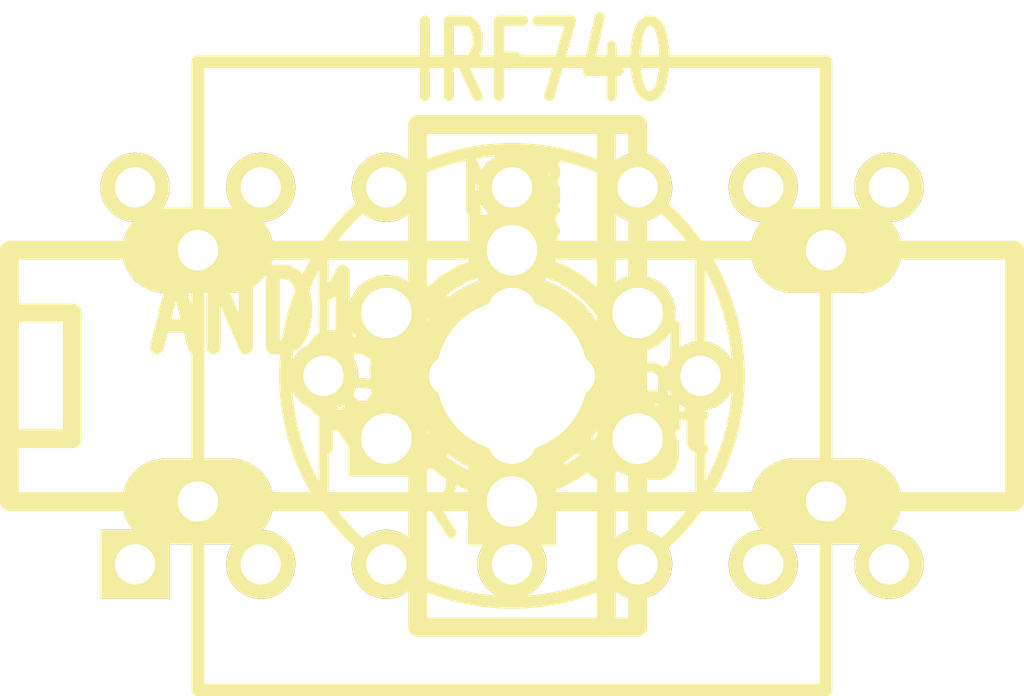
<source format=kicad_pcb>
(kicad_pcb (version 3) (host pcbnew "(2013-07-07 BZR 4022)-stable")

  (general
    (links 16)
    (no_connects 11)
    (area 0 0 0 0)
    (thickness 1.6)
    (drawings 0)
    (tracks 0)
    (zones 0)
    (modules 16)
    (nets 34)
  )

  (page A3)
  (layers
    (15 F.Cu signal)
    (0 B.Cu signal)
    (16 B.Adhes user)
    (17 F.Adhes user)
    (18 B.Paste user)
    (19 F.Paste user)
    (20 B.SilkS user)
    (21 F.SilkS user)
    (22 B.Mask user)
    (23 F.Mask user)
    (24 Dwgs.User user)
    (25 Cmts.User user)
    (26 Eco1.User user)
    (27 Eco2.User user)
    (28 Edge.Cuts user)
  )

  (setup
    (last_trace_width 1.5)
    (trace_clearance 0.5)
    (zone_clearance 0.508)
    (zone_45_only no)
    (trace_min 0.254)
    (segment_width 0.2)
    (edge_width 0.1)
    (via_size 1.75)
    (via_drill 1)
    (via_min_size 0.889)
    (via_min_drill 0.508)
    (uvia_size 1.75)
    (uvia_drill 1)
    (uvias_allowed no)
    (uvia_min_size 0.508)
    (uvia_min_drill 0.127)
    (pcb_text_width 0.3)
    (pcb_text_size 1.5 1.5)
    (mod_edge_width 0.15)
    (mod_text_size 1 1)
    (mod_text_width 0.15)
    (pad_size 1.5 1.5)
    (pad_drill 0.6)
    (pad_to_mask_clearance 0)
    (aux_axis_origin 0 0)
    (visible_elements FFFFFFBF)
    (pcbplotparams
      (layerselection 3178497)
      (usegerberextensions true)
      (excludeedgelayer true)
      (linewidth 0.150000)
      (plotframeref false)
      (viasonmask false)
      (mode 1)
      (useauxorigin false)
      (hpglpennumber 1)
      (hpglpenspeed 20)
      (hpglpendiameter 15)
      (hpglpenoverlay 2)
      (psnegative false)
      (psa4output false)
      (plotreference true)
      (plotvalue true)
      (plotothertext true)
      (plotinvisibletext false)
      (padsonsilk false)
      (subtractmaskfromsilk false)
      (outputformat 1)
      (mirror false)
      (drillshape 1)
      (scaleselection 1)
      (outputdirectory ""))
  )

  (net 0 "")
  (net 1 "12V(1)")
  (net 2 "12V(2)")
  (net 3 5V)
  (net 4 GND)
  (net 5 N-000001)
  (net 6 N-0000010)
  (net 7 N-0000012)
  (net 8 N-0000013)
  (net 9 N-0000014)
  (net 10 N-0000015)
  (net 11 N-0000016)
  (net 12 N-0000017)
  (net 13 N-0000018)
  (net 14 N-0000019)
  (net 15 N-000002)
  (net 16 N-0000020)
  (net 17 N-0000021)
  (net 18 N-0000025)
  (net 19 N-0000026)
  (net 20 N-0000028)
  (net 21 N-0000029)
  (net 22 N-000003)
  (net 23 N-0000037)
  (net 24 N-000004)
  (net 25 N-000005)
  (net 26 N-0000058)
  (net 27 N-000006)
  (net 28 N-0000064)
  (net 29 N-000007)
  (net 30 N-000008)
  (net 31 N-000009)
  (net 32 "RCin(1)")
  (net 33 "RCin(2)")

  (net_class Default "This is the default net class."
    (clearance 0.5)
    (trace_width 1.5)
    (via_dia 1.75)
    (via_drill 1)
    (uvia_dia 1.75)
    (uvia_drill 1)
    (add_net "")
    (add_net "12V(1)")
    (add_net "12V(2)")
    (add_net 5V)
    (add_net GND)
    (add_net N-000001)
    (add_net N-0000010)
    (add_net N-0000012)
    (add_net N-0000013)
    (add_net N-0000014)
    (add_net N-0000015)
    (add_net N-0000016)
    (add_net N-0000017)
    (add_net N-0000018)
    (add_net N-0000019)
    (add_net N-000002)
    (add_net N-0000020)
    (add_net N-0000021)
    (add_net N-0000025)
    (add_net N-0000026)
    (add_net N-0000028)
    (add_net N-0000029)
    (add_net N-000003)
    (add_net N-0000037)
    (add_net N-000004)
    (add_net N-000005)
    (add_net N-0000058)
    (add_net N-000006)
    (add_net N-0000064)
    (add_net N-000007)
    (add_net N-000008)
    (add_net N-000009)
    (add_net "RCin(1)")
    (add_net "RCin(2)")
  )

  (module TO220_VERT (layer F.Cu) (tedit 43A66C96) (tstamp 550227F4)
    (at 0 0)
    (descr "Regulateur TO220 serie LM78xx")
    (tags "TR TO220")
    (path /54EF655E)
    (fp_text reference Q2 (at -3.175 0 90) (layer F.SilkS)
      (effects (font (size 1.524 1.016) (thickness 0.2032)))
    )
    (fp_text value IRF740 (at 0.635 -6.35) (layer F.SilkS)
      (effects (font (size 1.524 1.016) (thickness 0.2032)))
    )
    (fp_line (start 1.905 -5.08) (end 2.54 -5.08) (layer F.SilkS) (width 0.381))
    (fp_line (start 2.54 -5.08) (end 2.54 5.08) (layer F.SilkS) (width 0.381))
    (fp_line (start 2.54 5.08) (end 1.905 5.08) (layer F.SilkS) (width 0.381))
    (fp_line (start -1.905 -5.08) (end 1.905 -5.08) (layer F.SilkS) (width 0.381))
    (fp_line (start 1.905 -5.08) (end 1.905 5.08) (layer F.SilkS) (width 0.381))
    (fp_line (start 1.905 5.08) (end -1.905 5.08) (layer F.SilkS) (width 0.381))
    (fp_line (start -1.905 5.08) (end -1.905 -5.08) (layer F.SilkS) (width 0.381))
    (pad 2 thru_hole circle (at 0 -2.54) (size 1.778 1.778) (drill 1.016)
      (layers *.Cu *.Mask F.SilkS)
      (net 20 N-0000028)
    )
    (pad 3 thru_hole circle (at 0 0) (size 1.778 1.778) (drill 1.016)
      (layers *.Cu *.Mask F.SilkS)
      (net 32 "RCin(1)")
    )
    (pad 1 thru_hole rect (at 0 2.54) (size 1.778 1.778) (drill 1.016)
      (layers *.Cu *.Mask F.SilkS)
      (net 1 "12V(1)")
    )
  )

  (module TO220_VERT (layer F.Cu) (tedit 43A66C96) (tstamp 55022802)
    (at 0 0)
    (descr "Regulateur TO220 serie LM78xx")
    (tags "TR TO220")
    (path /54EF654F)
    (fp_text reference Q1 (at -3.175 0 90) (layer F.SilkS)
      (effects (font (size 1.524 1.016) (thickness 0.2032)))
    )
    (fp_text value IRF740 (at 0.635 -6.35) (layer F.SilkS)
      (effects (font (size 1.524 1.016) (thickness 0.2032)))
    )
    (fp_line (start 1.905 -5.08) (end 2.54 -5.08) (layer F.SilkS) (width 0.381))
    (fp_line (start 2.54 -5.08) (end 2.54 5.08) (layer F.SilkS) (width 0.381))
    (fp_line (start 2.54 5.08) (end 1.905 5.08) (layer F.SilkS) (width 0.381))
    (fp_line (start -1.905 -5.08) (end 1.905 -5.08) (layer F.SilkS) (width 0.381))
    (fp_line (start 1.905 -5.08) (end 1.905 5.08) (layer F.SilkS) (width 0.381))
    (fp_line (start 1.905 5.08) (end -1.905 5.08) (layer F.SilkS) (width 0.381))
    (fp_line (start -1.905 5.08) (end -1.905 -5.08) (layer F.SilkS) (width 0.381))
    (pad 2 thru_hole circle (at 0 -2.54) (size 1.778 1.778) (drill 1.016)
      (layers *.Cu *.Mask F.SilkS)
      (net 21 N-0000029)
    )
    (pad 3 thru_hole circle (at 0 0) (size 1.778 1.778) (drill 1.016)
      (layers *.Cu *.Mask F.SilkS)
      (net 33 "RCin(2)")
    )
    (pad 1 thru_hole rect (at 0 2.54) (size 1.778 1.778) (drill 1.016)
      (layers *.Cu *.Mask F.SilkS)
      (net 2 "12V(2)")
    )
  )

  (module SW_PUSH-12mm (layer F.Cu) (tedit 4C612761) (tstamp 5502280F)
    (at 0 0)
    (path /54EE9FDE)
    (fp_text reference SW1 (at 0 -0.762) (layer F.SilkS)
      (effects (font (size 1.016 1.016) (thickness 0.2032)))
    )
    (fp_text value "RC2 Reset" (at 0 1.016) (layer F.SilkS)
      (effects (font (size 1.016 1.016) (thickness 0.2032)))
    )
    (fp_circle (center 0 0) (end 3.81 2.54) (layer F.SilkS) (width 0.254))
    (fp_line (start -6.35 -6.35) (end 6.35 -6.35) (layer F.SilkS) (width 0.254))
    (fp_line (start 6.35 -6.35) (end 6.35 6.35) (layer F.SilkS) (width 0.254))
    (fp_line (start 6.35 6.35) (end -6.35 6.35) (layer F.SilkS) (width 0.254))
    (fp_line (start -6.35 6.35) (end -6.35 -6.35) (layer F.SilkS) (width 0.254))
    (pad 1 thru_hole oval (at 6.35 -2.54) (size 3.048 1.7272) (drill 0.8128)
      (layers *.Cu *.Mask F.SilkS)
      (net 21 N-0000029)
    )
    (pad 2 thru_hole oval (at 6.35 2.54) (size 3.048 1.7272) (drill 0.8128)
      (layers *.Cu *.Mask F.SilkS)
      (net 4 GND)
    )
    (pad 1 thru_hole oval (at -6.35 -2.54) (size 3.048 1.7272) (drill 0.8128)
      (layers *.Cu *.Mask F.SilkS)
      (net 21 N-0000029)
    )
    (pad 2 thru_hole oval (at -6.35 2.54) (size 3.048 1.7272) (drill 0.8128)
      (layers *.Cu *.Mask F.SilkS)
      (net 4 GND)
    )
  )

  (module SW_PUSH-12mm (layer F.Cu) (tedit 4C612761) (tstamp 5502281C)
    (at 0 0)
    (path /54EE91E4)
    (fp_text reference SW2 (at 0 -0.762) (layer F.SilkS)
      (effects (font (size 1.016 1.016) (thickness 0.2032)))
    )
    (fp_text value "RC1 Reset" (at 0 1.016) (layer F.SilkS)
      (effects (font (size 1.016 1.016) (thickness 0.2032)))
    )
    (fp_circle (center 0 0) (end 3.81 2.54) (layer F.SilkS) (width 0.254))
    (fp_line (start -6.35 -6.35) (end 6.35 -6.35) (layer F.SilkS) (width 0.254))
    (fp_line (start 6.35 -6.35) (end 6.35 6.35) (layer F.SilkS) (width 0.254))
    (fp_line (start 6.35 6.35) (end -6.35 6.35) (layer F.SilkS) (width 0.254))
    (fp_line (start -6.35 6.35) (end -6.35 -6.35) (layer F.SilkS) (width 0.254))
    (pad 1 thru_hole oval (at 6.35 -2.54) (size 3.048 1.7272) (drill 0.8128)
      (layers *.Cu *.Mask F.SilkS)
      (net 20 N-0000028)
    )
    (pad 2 thru_hole oval (at 6.35 2.54) (size 3.048 1.7272) (drill 0.8128)
      (layers *.Cu *.Mask F.SilkS)
      (net 4 GND)
    )
    (pad 1 thru_hole oval (at -6.35 -2.54) (size 3.048 1.7272) (drill 0.8128)
      (layers *.Cu *.Mask F.SilkS)
      (net 20 N-0000028)
    )
    (pad 2 thru_hole oval (at -6.35 2.54) (size 3.048 1.7272) (drill 0.8128)
      (layers *.Cu *.Mask F.SilkS)
      (net 4 GND)
    )
  )

  (module R3 (layer F.Cu) (tedit 4E4C0E65) (tstamp 5502282A)
    (at 0 0)
    (descr "Resitance 3 pas")
    (tags R)
    (path /54E21511)
    (autoplace_cost180 10)
    (fp_text reference R2 (at 0 0.127) (layer F.SilkS) hide
      (effects (font (size 1.397 1.27) (thickness 0.2032)))
    )
    (fp_text value 150Ohm (at 0 0.127) (layer F.SilkS)
      (effects (font (size 1.397 1.27) (thickness 0.2032)))
    )
    (fp_line (start -3.81 0) (end -3.302 0) (layer F.SilkS) (width 0.2032))
    (fp_line (start 3.81 0) (end 3.302 0) (layer F.SilkS) (width 0.2032))
    (fp_line (start 3.302 0) (end 3.302 -1.016) (layer F.SilkS) (width 0.2032))
    (fp_line (start 3.302 -1.016) (end -3.302 -1.016) (layer F.SilkS) (width 0.2032))
    (fp_line (start -3.302 -1.016) (end -3.302 1.016) (layer F.SilkS) (width 0.2032))
    (fp_line (start -3.302 1.016) (end 3.302 1.016) (layer F.SilkS) (width 0.2032))
    (fp_line (start 3.302 1.016) (end 3.302 0) (layer F.SilkS) (width 0.2032))
    (fp_line (start -3.302 -0.508) (end -2.794 -1.016) (layer F.SilkS) (width 0.2032))
    (pad 1 thru_hole circle (at -3.81 0) (size 1.397 1.397) (drill 0.8128)
      (layers *.Cu *.Mask F.SilkS)
      (net 23 N-0000037)
    )
    (pad 2 thru_hole circle (at 3.81 0) (size 1.397 1.397) (drill 0.8128)
      (layers *.Cu *.Mask F.SilkS)
      (net 4 GND)
    )
    (model discret/resistor.wrl
      (at (xyz 0 0 0))
      (scale (xyz 0.3 0.3 0.3))
      (rotate (xyz 0 0 0))
    )
  )

  (module R3 (layer F.Cu) (tedit 4E4C0E65) (tstamp 55022838)
    (at 0 0)
    (descr "Resitance 3 pas")
    (tags R)
    (path /54E23440)
    (autoplace_cost180 10)
    (fp_text reference R1 (at 0 0.127) (layer F.SilkS) hide
      (effects (font (size 1.397 1.27) (thickness 0.2032)))
    )
    (fp_text value 150Ohm (at 0 0.127) (layer F.SilkS)
      (effects (font (size 1.397 1.27) (thickness 0.2032)))
    )
    (fp_line (start -3.81 0) (end -3.302 0) (layer F.SilkS) (width 0.2032))
    (fp_line (start 3.81 0) (end 3.302 0) (layer F.SilkS) (width 0.2032))
    (fp_line (start 3.302 0) (end 3.302 -1.016) (layer F.SilkS) (width 0.2032))
    (fp_line (start 3.302 -1.016) (end -3.302 -1.016) (layer F.SilkS) (width 0.2032))
    (fp_line (start -3.302 -1.016) (end -3.302 1.016) (layer F.SilkS) (width 0.2032))
    (fp_line (start -3.302 1.016) (end 3.302 1.016) (layer F.SilkS) (width 0.2032))
    (fp_line (start 3.302 1.016) (end 3.302 0) (layer F.SilkS) (width 0.2032))
    (fp_line (start -3.302 -0.508) (end -2.794 -1.016) (layer F.SilkS) (width 0.2032))
    (pad 1 thru_hole circle (at -3.81 0) (size 1.397 1.397) (drill 0.8128)
      (layers *.Cu *.Mask F.SilkS)
      (net 30 N-000008)
    )
    (pad 2 thru_hole circle (at 3.81 0) (size 1.397 1.397) (drill 0.8128)
      (layers *.Cu *.Mask F.SilkS)
      (net 4 GND)
    )
    (model discret/resistor.wrl
      (at (xyz 0 0 0))
      (scale (xyz 0.3 0.3 0.3))
      (rotate (xyz 0 0 0))
    )
  )

  (module R1 (layer F.Cu) (tedit 200000) (tstamp 55022840)
    (at 0 0)
    (descr "Resistance verticale")
    (tags R)
    (path /54EE9FD8)
    (autoplace_cost90 10)
    (autoplace_cost180 10)
    (fp_text reference R3 (at -1.016 2.54) (layer F.SilkS)
      (effects (font (size 1.397 1.27) (thickness 0.2032)))
    )
    (fp_text value "470 Ohm" (at -1.143 2.54) (layer F.SilkS) hide
      (effects (font (size 1.397 1.27) (thickness 0.2032)))
    )
    (fp_line (start -1.27 0) (end 1.27 0) (layer F.SilkS) (width 0.381))
    (fp_circle (center -1.27 0) (end -0.635 1.27) (layer F.SilkS) (width 0.381))
    (pad 1 thru_hole circle (at -1.27 0) (size 1.397 1.397) (drill 0.8128)
      (layers *.Cu *.Mask F.SilkS)
      (net 21 N-0000029)
    )
    (pad 2 thru_hole circle (at 1.27 0) (size 1.397 1.397) (drill 0.8128)
      (layers *.Cu *.Mask F.SilkS)
      (net 3 5V)
    )
    (model discret/verti_resistor.wrl
      (at (xyz 0 0 0))
      (scale (xyz 1 1 1))
      (rotate (xyz 0 0 0))
    )
  )

  (module R1 (layer F.Cu) (tedit 200000) (tstamp 55022848)
    (at 0 0)
    (descr "Resistance verticale")
    (tags R)
    (path /54EE9217)
    (autoplace_cost90 10)
    (autoplace_cost180 10)
    (fp_text reference R4 (at -1.016 2.54) (layer F.SilkS)
      (effects (font (size 1.397 1.27) (thickness 0.2032)))
    )
    (fp_text value "470 Ohm" (at -1.143 2.54) (layer F.SilkS) hide
      (effects (font (size 1.397 1.27) (thickness 0.2032)))
    )
    (fp_line (start -1.27 0) (end 1.27 0) (layer F.SilkS) (width 0.381))
    (fp_circle (center -1.27 0) (end -0.635 1.27) (layer F.SilkS) (width 0.381))
    (pad 1 thru_hole circle (at -1.27 0) (size 1.397 1.397) (drill 0.8128)
      (layers *.Cu *.Mask F.SilkS)
      (net 20 N-0000028)
    )
    (pad 2 thru_hole circle (at 1.27 0) (size 1.397 1.397) (drill 0.8128)
      (layers *.Cu *.Mask F.SilkS)
      (net 3 5V)
    )
    (model discret/verti_resistor.wrl
      (at (xyz 0 0 0))
      (scale (xyz 1 1 1))
      (rotate (xyz 0 0 0))
    )
  )

  (module pin_array_3x2 (layer F.Cu) (tedit 42931587) (tstamp 55022856)
    (at 0 0)
    (descr "Double rangee de contacts 2 x 4 pins")
    (tags CONN)
    (path /54E165FD)
    (fp_text reference M1 (at 0 -3.81) (layer F.SilkS)
      (effects (font (size 1.016 1.016) (thickness 0.2032)))
    )
    (fp_text value M1 (at 0 3.81) (layer F.SilkS) hide
      (effects (font (size 1.016 1.016) (thickness 0.2032)))
    )
    (fp_line (start 3.81 2.54) (end -3.81 2.54) (layer F.SilkS) (width 0.2032))
    (fp_line (start -3.81 -2.54) (end 3.81 -2.54) (layer F.SilkS) (width 0.2032))
    (fp_line (start 3.81 -2.54) (end 3.81 2.54) (layer F.SilkS) (width 0.2032))
    (fp_line (start -3.81 2.54) (end -3.81 -2.54) (layer F.SilkS) (width 0.2032))
    (pad 1 thru_hole rect (at -2.54 1.27) (size 1.524 1.524) (drill 1.016)
      (layers *.Cu *.Mask F.SilkS)
      (net 17 N-0000021)
    )
    (pad 2 thru_hole circle (at -2.54 -1.27) (size 1.524 1.524) (drill 1.016)
      (layers *.Cu *.Mask F.SilkS)
      (net 16 N-0000020)
    )
    (pad 3 thru_hole circle (at 0 1.27) (size 1.524 1.524) (drill 1.016)
      (layers *.Cu *.Mask F.SilkS)
      (net 29 N-000007)
    )
    (pad 4 thru_hole circle (at 0 -1.27) (size 1.524 1.524) (drill 1.016)
      (layers *.Cu *.Mask F.SilkS)
      (net 27 N-000006)
    )
    (pad 5 thru_hole circle (at 2.54 1.27) (size 1.524 1.524) (drill 1.016)
      (layers *.Cu *.Mask F.SilkS)
      (net 7 N-0000012)
    )
    (pad 6 thru_hole circle (at 2.54 -1.27) (size 1.524 1.524) (drill 1.016)
      (layers *.Cu *.Mask F.SilkS)
      (net 5 N-000001)
    )
    (model pin_array/pins_array_3x2.wrl
      (at (xyz 0 0 0))
      (scale (xyz 1 1 1))
      (rotate (xyz 0 0 0))
    )
  )

  (module pin_array_3x2 (layer F.Cu) (tedit 42931587) (tstamp 55022864)
    (at 0 0)
    (descr "Double rangee de contacts 2 x 4 pins")
    (tags CONN)
    (path /54E1660C)
    (fp_text reference M2 (at 0 -3.81) (layer F.SilkS)
      (effects (font (size 1.016 1.016) (thickness 0.2032)))
    )
    (fp_text value M2 (at 0 3.81) (layer F.SilkS) hide
      (effects (font (size 1.016 1.016) (thickness 0.2032)))
    )
    (fp_line (start 3.81 2.54) (end -3.81 2.54) (layer F.SilkS) (width 0.2032))
    (fp_line (start -3.81 -2.54) (end 3.81 -2.54) (layer F.SilkS) (width 0.2032))
    (fp_line (start 3.81 -2.54) (end 3.81 2.54) (layer F.SilkS) (width 0.2032))
    (fp_line (start -3.81 2.54) (end -3.81 -2.54) (layer F.SilkS) (width 0.2032))
    (pad 1 thru_hole rect (at -2.54 1.27) (size 1.524 1.524) (drill 1.016)
      (layers *.Cu *.Mask F.SilkS)
      (net 9 N-0000014)
    )
    (pad 2 thru_hole circle (at -2.54 -1.27) (size 1.524 1.524) (drill 1.016)
      (layers *.Cu *.Mask F.SilkS)
      (net 8 N-0000013)
    )
    (pad 3 thru_hole circle (at 0 1.27) (size 1.524 1.524) (drill 1.016)
      (layers *.Cu *.Mask F.SilkS)
      (net 12 N-0000017)
    )
    (pad 4 thru_hole circle (at 0 -1.27) (size 1.524 1.524) (drill 1.016)
      (layers *.Cu *.Mask F.SilkS)
      (net 31 N-000009)
    )
    (pad 5 thru_hole circle (at 2.54 1.27) (size 1.524 1.524) (drill 1.016)
      (layers *.Cu *.Mask F.SilkS)
      (net 15 N-000002)
    )
    (pad 6 thru_hole circle (at 2.54 -1.27) (size 1.524 1.524) (drill 1.016)
      (layers *.Cu *.Mask F.SilkS)
      (net 22 N-000003)
    )
    (model pin_array/pins_array_3x2.wrl
      (at (xyz 0 0 0))
      (scale (xyz 1 1 1))
      (rotate (xyz 0 0 0))
    )
  )

  (module pin_array_3x2 (layer F.Cu) (tedit 42931587) (tstamp 55022872)
    (at 0 0)
    (descr "Double rangee de contacts 2 x 4 pins")
    (tags CONN)
    (path /54E1661B)
    (fp_text reference M3 (at 0 -3.81) (layer F.SilkS)
      (effects (font (size 1.016 1.016) (thickness 0.2032)))
    )
    (fp_text value M3 (at 0 3.81) (layer F.SilkS) hide
      (effects (font (size 1.016 1.016) (thickness 0.2032)))
    )
    (fp_line (start 3.81 2.54) (end -3.81 2.54) (layer F.SilkS) (width 0.2032))
    (fp_line (start -3.81 -2.54) (end 3.81 -2.54) (layer F.SilkS) (width 0.2032))
    (fp_line (start 3.81 -2.54) (end 3.81 2.54) (layer F.SilkS) (width 0.2032))
    (fp_line (start -3.81 2.54) (end -3.81 -2.54) (layer F.SilkS) (width 0.2032))
    (pad 1 thru_hole rect (at -2.54 1.27) (size 1.524 1.524) (drill 1.016)
      (layers *.Cu *.Mask F.SilkS)
      (net 11 N-0000016)
    )
    (pad 2 thru_hole circle (at -2.54 -1.27) (size 1.524 1.524) (drill 1.016)
      (layers *.Cu *.Mask F.SilkS)
      (net 10 N-0000015)
    )
    (pad 3 thru_hole circle (at 0 1.27) (size 1.524 1.524) (drill 1.016)
      (layers *.Cu *.Mask F.SilkS)
      (net 13 N-0000018)
    )
    (pad 4 thru_hole circle (at 0 -1.27) (size 1.524 1.524) (drill 1.016)
      (layers *.Cu *.Mask F.SilkS)
      (net 14 N-0000019)
    )
    (pad 5 thru_hole circle (at 2.54 1.27) (size 1.524 1.524) (drill 1.016)
      (layers *.Cu *.Mask F.SilkS)
      (net 24 N-000004)
    )
    (pad 6 thru_hole circle (at 2.54 -1.27) (size 1.524 1.524) (drill 1.016)
      (layers *.Cu *.Mask F.SilkS)
      (net 25 N-000005)
    )
    (model pin_array/pins_array_3x2.wrl
      (at (xyz 0 0 0))
      (scale (xyz 1 1 1))
      (rotate (xyz 0 0 0))
    )
  )

  (module DIP-14__300 (layer F.Cu) (tedit 200000) (tstamp 5502288B)
    (at 0 0)
    (descr "14 pins DIL package, round pads")
    (tags DIL)
    (path /54E22A03)
    (fp_text reference AND1 (at -5.08 -1.27) (layer F.SilkS)
      (effects (font (size 1.524 1.143) (thickness 0.3048)))
    )
    (fp_text value 7408 (at 1.27 1.27) (layer F.SilkS)
      (effects (font (size 1.524 1.143) (thickness 0.3048)))
    )
    (fp_line (start -10.16 -2.54) (end 10.16 -2.54) (layer F.SilkS) (width 0.381))
    (fp_line (start 10.16 2.54) (end -10.16 2.54) (layer F.SilkS) (width 0.381))
    (fp_line (start -10.16 2.54) (end -10.16 -2.54) (layer F.SilkS) (width 0.381))
    (fp_line (start -10.16 -1.27) (end -8.89 -1.27) (layer F.SilkS) (width 0.381))
    (fp_line (start -8.89 -1.27) (end -8.89 1.27) (layer F.SilkS) (width 0.381))
    (fp_line (start -8.89 1.27) (end -10.16 1.27) (layer F.SilkS) (width 0.381))
    (fp_line (start 10.16 -2.54) (end 10.16 2.54) (layer F.SilkS) (width 0.381))
    (pad 1 thru_hole rect (at -7.62 3.81) (size 1.397 1.397) (drill 0.8128)
      (layers *.Cu *.Mask F.SilkS)
      (net 28 N-0000064)
    )
    (pad 2 thru_hole circle (at -5.08 3.81) (size 1.397 1.397) (drill 0.8128)
      (layers *.Cu *.Mask F.SilkS)
      (net 26 N-0000058)
    )
    (pad 3 thru_hole circle (at -2.54 3.81) (size 1.397 1.397) (drill 0.8128)
      (layers *.Cu *.Mask F.SilkS)
      (net 6 N-0000010)
    )
    (pad 4 thru_hole circle (at 0 3.81) (size 1.397 1.397) (drill 0.8128)
      (layers *.Cu *.Mask F.SilkS)
    )
    (pad 5 thru_hole circle (at 2.54 3.81) (size 1.397 1.397) (drill 0.8128)
      (layers *.Cu *.Mask F.SilkS)
    )
    (pad 6 thru_hole circle (at 5.08 3.81) (size 1.397 1.397) (drill 0.8128)
      (layers *.Cu *.Mask F.SilkS)
    )
    (pad 7 thru_hole circle (at 7.62 3.81) (size 1.397 1.397) (drill 0.8128)
      (layers *.Cu *.Mask F.SilkS)
      (net 4 GND)
    )
    (pad 8 thru_hole circle (at 7.62 -3.81) (size 1.397 1.397) (drill 0.8128)
      (layers *.Cu *.Mask F.SilkS)
    )
    (pad 9 thru_hole circle (at 5.08 -3.81) (size 1.397 1.397) (drill 0.8128)
      (layers *.Cu *.Mask F.SilkS)
    )
    (pad 10 thru_hole circle (at 2.54 -3.81) (size 1.397 1.397) (drill 0.8128)
      (layers *.Cu *.Mask F.SilkS)
    )
    (pad 11 thru_hole circle (at 0 -3.81) (size 1.397 1.397) (drill 0.8128)
      (layers *.Cu *.Mask F.SilkS)
    )
    (pad 12 thru_hole circle (at -2.54 -3.81) (size 1.397 1.397) (drill 0.8128)
      (layers *.Cu *.Mask F.SilkS)
    )
    (pad 13 thru_hole circle (at -5.08 -3.81) (size 1.397 1.397) (drill 0.8128)
      (layers *.Cu *.Mask F.SilkS)
    )
    (pad 14 thru_hole circle (at -7.62 -3.81) (size 1.397 1.397) (drill 0.8128)
      (layers *.Cu *.Mask F.SilkS)
      (net 3 5V)
    )
    (model dil/dil_14.wrl
      (at (xyz 0 0 0))
      (scale (xyz 1 1 1))
      (rotate (xyz 0 0 0))
    )
  )

  (module 1pin (layer F.Cu) (tedit 200000) (tstamp 55022891)
    (at 0 0)
    (descr "module 1 pin (ou trou mecanique de percage)")
    (tags DEV)
    (path /54E44739)
    (fp_text reference B1 (at 0 -3.048) (layer F.SilkS)
      (effects (font (size 1.016 1.016) (thickness 0.254)))
    )
    (fp_text value PWR (at 0 2.794) (layer F.SilkS) hide
      (effects (font (size 1.016 1.016) (thickness 0.254)))
    )
    (fp_circle (center 0 0) (end 0 -2.286) (layer F.SilkS) (width 0.381))
    (pad 1 thru_hole circle (at 0 0) (size 4.064 4.064) (drill 3.048)
      (layers *.Cu *.Mask F.SilkS)
      (net 4 GND)
    )
  )

  (module 1pin (layer F.Cu) (tedit 200000) (tstamp 55022897)
    (at 0 0)
    (descr "module 1 pin (ou trou mecanique de percage)")
    (tags DEV)
    (path /54E44748)
    (fp_text reference B2 (at 0 -3.048) (layer F.SilkS)
      (effects (font (size 1.016 1.016) (thickness 0.254)))
    )
    (fp_text value PWR (at 0 2.794) (layer F.SilkS) hide
      (effects (font (size 1.016 1.016) (thickness 0.254)))
    )
    (fp_circle (center 0 0) (end 0 -2.286) (layer F.SilkS) (width 0.381))
    (pad 1 thru_hole circle (at 0 0) (size 4.064 4.064) (drill 3.048)
      (layers *.Cu *.Mask F.SilkS)
      (net 19 N-0000026)
    )
  )

  (module 1pin (layer F.Cu) (tedit 200000) (tstamp 5502289D)
    (at 0 0)
    (descr "module 1 pin (ou trou mecanique de percage)")
    (tags DEV)
    (path /54E44757)
    (fp_text reference B3 (at 0 -3.048) (layer F.SilkS)
      (effects (font (size 1.016 1.016) (thickness 0.254)))
    )
    (fp_text value PWR (at 0 2.794) (layer F.SilkS) hide
      (effects (font (size 1.016 1.016) (thickness 0.254)))
    )
    (fp_circle (center 0 0) (end 0 -2.286) (layer F.SilkS) (width 0.381))
    (pad 1 thru_hole circle (at 0 0) (size 4.064 4.064) (drill 3.048)
      (layers *.Cu *.Mask F.SilkS)
      (net 19 N-0000026)
    )
  )

  (module 1pin (layer F.Cu) (tedit 200000) (tstamp 550228A3)
    (at 0 0)
    (descr "module 1 pin (ou trou mecanique de percage)")
    (tags DEV)
    (path /54E44766)
    (fp_text reference B4 (at 0 -3.048) (layer F.SilkS)
      (effects (font (size 1.016 1.016) (thickness 0.254)))
    )
    (fp_text value PWR (at 0 2.794) (layer F.SilkS) hide
      (effects (font (size 1.016 1.016) (thickness 0.254)))
    )
    (fp_circle (center 0 0) (end 0 -2.286) (layer F.SilkS) (width 0.381))
    (pad 1 thru_hole circle (at 0 0) (size 4.064 4.064) (drill 3.048)
      (layers *.Cu *.Mask F.SilkS)
      (net 18 N-0000025)
    )
  )

)

</source>
